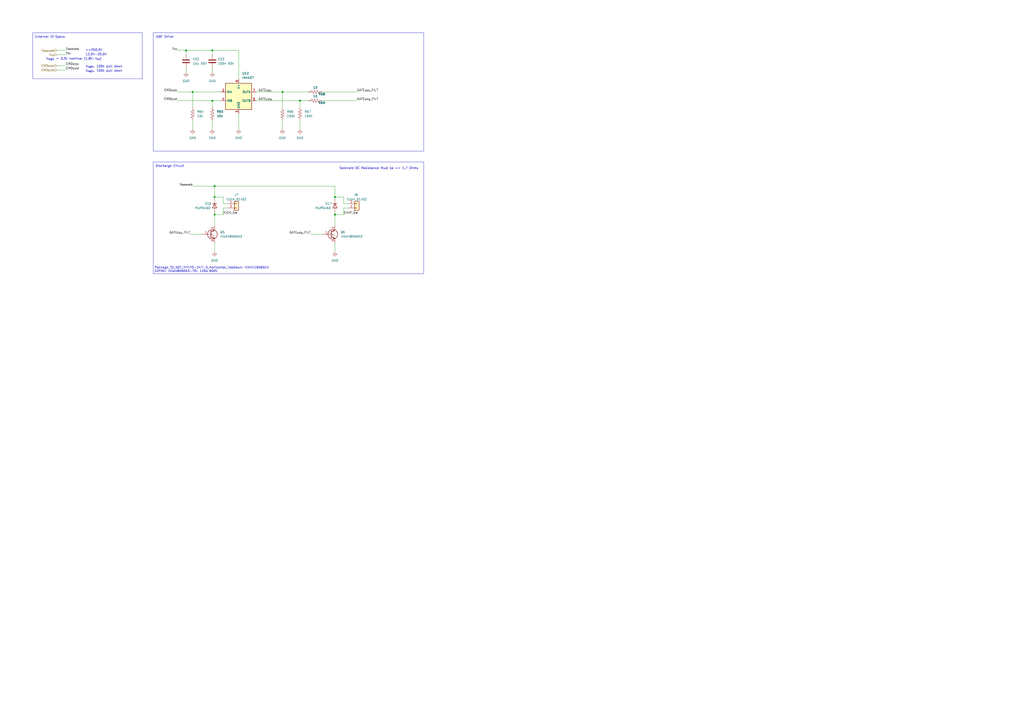
<source format=kicad_sch>
(kicad_sch (version 20230121) (generator eeschema)
  (paper "A2")
  (title_block (title "Kicker") (date "2024-05-23") (rev "3.1") (company "The A-Team (RC SSL)") (comment 1 "W. Stuckey"))
  (lib_symbols
    (symbol "AT-PowerIC:IX4427"
      (property "Reference" "U" (at -7.62 8.89 0))
      (property "Value" "IX4427" (at 1.27 8.89 0))
      (symbol "IX4427_0_1"
        (rectangle (start -7.62 -7.62) (end 7.62 7.62) (stroke (width 0.254)) (fill (type background)))
      )
      (symbol "IX4427_1_1"
        (pin no_connect line (at -7.62 0 0) (length 2.54) hide (name "NC") (number "1"))
        (pin input line (at -10.16 2.54 0) (length 2.54) (name "INA") (number "2"))
        (pin power_in line (at 0 -10.16 90) (length 2.54) (name "GND") (number "3"))
        (pin input line (at -10.16 -2.54 0) (length 2.54) (name "INB") (number "4"))
        (pin output line (at 10.16 -2.54 180) (length 2.54) (name "OUTB") (number "5"))
        (pin power_in line (at 0 10.16 270) (length 2.54) (name "V+") (number "6"))
        (pin output line (at 10.16 2.54 180) (length 2.54) (name "OUTA") (number "7"))
        (pin no_connect line (at 7.62 0 180) (length 2.54) hide (name "NC") (number "8"))
      )
    )
    (symbol "Connector_Generic:Conn_01x02" (pin_names (offset 1.016) hide)
      (property "Reference" "J" (at 0 2.54 0))
      (property "Value" "Conn_01x02" (at 0 -5.08 0))
      (symbol "Conn_01x02_1_1"
        (rectangle (start -1.27 -2.413) (end 0 -2.667) (stroke (width 0.1524)))
        (rectangle (start -1.27 0.127) (end 0 -0.127) (stroke (width 0.1524)))
        (rectangle (start -1.27 1.27) (end 1.27 -3.81) (stroke (width 0.254)) (fill (type background)))
        (pin passive line (at -5.08 0 0) (length 3.81) (name "Pin_1") (number "1"))
        (pin passive line (at -5.08 -2.54 0) (length 3.81) (name "Pin_2") (number "2"))
      )
    )
    (symbol "Device:C" (pin_numbers hide) (pin_names (offset 0.254))
      (property "Reference" "C" (at 0.635 2.54 0))
      (property "Value" "C" (at 0.635 -2.54 0))
      (symbol "C_0_1"
        (polyline (pts (xy -2.032 -0.762) (xy 2.032 -0.762)) (stroke (width 0.508)))
        (polyline (pts (xy -2.032 0.762) (xy 2.032 0.762)) (stroke (width 0.508)))
      )
      (symbol "C_1_1"
        (pin passive line (at 0 3.81 270) (length 2.794) (name "~") (number "1"))
        (pin passive line (at 0 -3.81 90) (length 2.794) (name "~") (number "2"))
      )
    )
    (symbol "Device:D" (pin_numbers hide) (pin_names (offset 1.016) hide)
      (property "Reference" "D" (at 0 2.54 0))
      (property "Value" "D" (at 0 -2.54 0))
      (symbol "D_0_1"
        (polyline (pts (xy -1.27 1.27) (xy -1.27 -1.27)) (stroke (width 0.254)))
        (polyline (pts (xy 1.27 0) (xy -1.27 0)))
        (polyline (pts (xy 1.27 1.27) (xy 1.27 -1.27) (xy -1.27 0) (xy 1.27 1.27)) (stroke (width 0.254)))
      )
      (symbol "D_1_1"
        (pin passive line (at -3.81 0 0) (length 2.54) (name "K") (number "1"))
        (pin passive line (at 3.81 0 180) (length 2.54) (name "A") (number "2"))
      )
    )
    (symbol "Device:Q_NIGBT_GCE" (pin_names (offset 0) hide)
      (property "Reference" "Q" (at 5.08 1.27 0))
      (property "Value" "Q_NIGBT_GCE" (at 5.08 -1.27 0))
      (symbol "Q_NIGBT_GCE_0_1"
        (polyline (pts (xy 0.762 -1.016) (xy 0.762 -2.032)) (stroke (width 0.254)))
        (polyline (pts (xy 0.762 0.508) (xy 0.762 -0.508)) (stroke (width 0.254)))
        (polyline (pts (xy 0.762 2.032) (xy 0.762 1.016)) (stroke (width 0.254)))
        (polyline (pts (xy 2.54 -2.413) (xy 0.762 -1.524)))
        (polyline (pts (xy 2.54 -0.889) (xy 0.762 0)))
        (polyline (pts (xy 2.54 2.413) (xy 0.762 1.524)))
        (polyline (pts (xy 0.254 1.905) (xy 0.254 -1.905) (xy 0.254 -1.905)) (stroke (width 0.254)))
        (polyline (pts (xy 1.397 -2.159) (xy 1.651 -1.651) (xy 2.54 -2.413) (xy 1.397 -2.159)) (fill (type outline)))
        (polyline (pts (xy 2.159 1.905) (xy 1.905 2.413) (xy 1.016 1.651) (xy 2.159 1.905)) (fill (type outline)))
        (circle (center 1.27 0) (radius 2.8194) (stroke (width 0.254)))
      )
      (symbol "Q_NIGBT_GCE_1_1"
        (pin input line (at -5.08 0 0) (length 5.334) (name "G") (number "1"))
        (pin passive line (at 2.54 5.08 270) (length 2.54) (name "C") (number "2"))
        (pin passive line (at 2.54 -5.08 90) (length 2.54) (name "E") (number "3"))
      )
    )
    (symbol "Device:R_US" (pin_numbers hide) (pin_names (offset 0))
      (property "Reference" "R" (at 2.54 0 90))
      (property "Value" "R_US" (at -2.54 0 90))
      (symbol "R_US_0_1"
        (polyline (pts (xy 0 -2.286) (xy 0 -2.54)))
        (polyline (pts (xy 0 2.286) (xy 0 2.54)))
        (polyline (pts (xy 0 -0.762) (xy 1.016 -1.143) (xy 0 -1.524) (xy -1.016 -1.905) (xy 0 -2.286)))
        (polyline (pts (xy 0 0.762) (xy 1.016 0.381) (xy 0 0) (xy -1.016 -0.381) (xy 0 -0.762)))
        (polyline (pts (xy 0 2.286) (xy 1.016 1.905) (xy 0 1.524) (xy -1.016 1.143) (xy 0 0.762)))
      )
      (symbol "R_US_1_1"
        (pin passive line (at 0 3.81 270) (length 1.27) (name "~") (number "1"))
        (pin passive line (at 0 -3.81 90) (length 1.27) (name "~") (number "2"))
      )
    )
    (symbol "power:GND" (power) (pin_names (offset 0))
      (property "Value" "GND" (at 0 -3.81 0))
      (symbol "GND_0_1"
        (polyline (pts (xy 0 0) (xy 0 -1.27) (xy 1.27 -1.27) (xy 0 -2.54) (xy -1.27 -1.27) (xy 0 -1.27)))
      )
      (symbol "GND_1_1"
        (pin power_in line (at 0 0 270) (length 0) hide (name "GND") (number "1"))
      )
    )
  )
  (junction (at 124.46 124.46))
  (junction (at 173.99 58.42))
  (junction (at 123.19 29.21))
  (junction (at 107.95 29.21))
  (junction (at 111.76 53.34))
  (junction (at 194.31 124.46))
  (junction (at 123.19 58.42))
  (junction (at 194.31 114.3))
  (junction (at 124.46 107.95))
  (junction (at 163.83 53.34))
  (junction (at 124.46 114.3))
  (polyline (pts (xy 88.9 19.05) (xy 88.9 87.63)))
  (wire (pts (xy 199.39 114.3) (xy 194.31 114.3)))
  (polyline (pts (xy 245.745 158.75) (xy 88.9 158.75)))
  (wire (pts (xy 124.46 107.95) (xy 194.31 107.95)))
  (wire (pts (xy 194.31 107.95) (xy 194.31 114.3)))
  (wire (pts (xy 129.54 118.11) (xy 132.08 118.11)))
  (wire (pts (xy 33.02 31.75) (xy 38.1 31.75)))
  (wire (pts (xy 124.46 123.19) (xy 124.46 124.46)))
  (wire (pts (xy 194.31 140.97) (xy 194.31 146.05)))
  (wire (pts (xy 102.87 53.34) (xy 111.76 53.34)))
  (wire (pts (xy 111.76 69.85) (xy 111.76 74.93)))
  (wire (pts (xy 163.83 53.34) (xy 179.07 53.34)))
  (wire (pts (xy 124.46 114.3) (xy 124.46 115.57)))
  (wire (pts (xy 186.69 58.42) (xy 207.01 58.42)))
  (wire (pts (xy 173.99 69.85) (xy 173.99 74.93)))
  (wire (pts (xy 194.31 123.19) (xy 194.31 124.46)))
  (polyline (pts (xy 88.9 93.98) (xy 245.745 93.98)))
  (wire (pts (xy 148.59 58.42) (xy 173.99 58.42)))
  (wire (pts (xy 110.49 135.89) (xy 116.84 135.89)))
  (wire (pts (xy 173.99 58.42) (xy 173.99 62.23)))
  (polyline (pts (xy 245.745 19.05) (xy 245.745 87.63)))
  (wire (pts (xy 102.87 29.21) (xy 107.95 29.21)))
  (wire (pts (xy 111.76 53.34) (xy 111.76 62.23)))
  (polyline (pts (xy 82.55 45.72) (xy 19.05 45.72)))
  (wire (pts (xy 194.31 114.3) (xy 194.31 115.57)))
  (polyline (pts (xy 88.9 19.05) (xy 245.745 19.05)))
  (polyline (pts (xy 88.9 93.98) (xy 88.9 158.75)))
  (wire (pts (xy 123.19 29.21) (xy 123.19 31.75)))
  (wire (pts (xy 107.95 29.21) (xy 123.19 29.21)))
  (wire (pts (xy 180.34 135.89) (xy 186.69 135.89)))
  (wire (pts (xy 199.39 120.65) (xy 199.39 124.46)))
  (wire (pts (xy 132.08 120.65) (xy 129.54 120.65)))
  (wire (pts (xy 163.83 69.85) (xy 163.83 74.93)))
  (wire (pts (xy 124.46 107.95) (xy 124.46 114.3)))
  (wire (pts (xy 194.31 124.46) (xy 194.31 130.81)))
  (wire (pts (xy 102.87 58.42) (xy 123.19 58.42)))
  (polyline (pts (xy 245.745 93.98) (xy 245.745 158.75)))
  (wire (pts (xy 107.95 39.37) (xy 107.95 41.91)))
  (wire (pts (xy 199.39 118.11) (xy 199.39 114.3)))
  (wire (pts (xy 163.83 53.34) (xy 163.83 62.23)))
  (wire (pts (xy 33.02 40.64) (xy 38.1 40.64)))
  (wire (pts (xy 33.02 38.1) (xy 38.1 38.1)))
  (wire (pts (xy 107.95 29.21) (xy 107.95 31.75)))
  (wire (pts (xy 199.39 124.46) (xy 194.31 124.46)))
  (polyline (pts (xy 82.55 19.05) (xy 82.55 45.72)))
  (wire (pts (xy 111.76 107.95) (xy 124.46 107.95)))
  (wire (pts (xy 129.54 118.11) (xy 129.54 114.3)))
  (wire (pts (xy 33.02 29.21) (xy 38.1 29.21)))
  (wire (pts (xy 138.43 29.21) (xy 123.19 29.21)))
  (wire (pts (xy 111.76 53.34) (xy 128.27 53.34)))
  (wire (pts (xy 186.69 53.34) (xy 207.01 53.34)))
  (wire (pts (xy 124.46 140.97) (xy 124.46 146.05)))
  (wire (pts (xy 173.99 58.42) (xy 179.07 58.42)))
  (polyline (pts (xy 19.05 19.05) (xy 82.55 19.05)))
  (wire (pts (xy 124.46 124.46) (xy 124.46 130.81)))
  (wire (pts (xy 138.43 29.21) (xy 138.43 45.72)))
  (polyline (pts (xy 245.745 87.63) (xy 88.9 87.63)))
  (wire (pts (xy 123.19 58.42) (xy 123.19 62.23)))
  (wire (pts (xy 201.93 118.11) (xy 199.39 118.11)))
  (wire (pts (xy 148.59 53.34) (xy 163.83 53.34)))
  (wire (pts (xy 123.19 58.42) (xy 128.27 58.42)))
  (polyline (pts (xy 19.05 19.05) (xy 19.05 45.72)))
  (wire (pts (xy 123.19 69.85) (xy 123.19 74.93)))
  (wire (pts (xy 123.19 39.37) (xy 123.19 41.91)))
  (wire (pts (xy 201.93 120.65) (xy 199.39 120.65)))
  (wire (pts (xy 129.54 120.65) (xy 129.54 124.46)))
  (wire (pts (xy 129.54 114.3) (xy 124.46 114.3)))
  (wire (pts (xy 129.54 124.46) (xy 124.46 124.46)))
  (wire (pts (xy 138.43 66.04) (xy 138.43 74.93)))
  (text "Solenoid DC Resistance Must be >= 1.7 Ohms" (at 196.85 98.425 0) (effects (font (size 1.27 1.27)) (justify left bottom)))
  (text "IGBT Driver" (at 90.17 22.225 0) (effects (font (size 1.27 1.27)) (justify left bottom)))
  (text "12.0V-20.0V" (at 49.53 32.385 0) (effects (font (size 1.27 1.27)) (justify left bottom)))
  (text "V_{logic}, 100k pull down" (at 49.53 39.37 0) (effects (font (size 1.27 1.27)) (justify left bottom)))
  (text "External IO Specs" (at 20.32 22.225 0) (effects (font (size 1.27 1.27)) (justify left bottom)))
  (text "Discharge Circuit" (at 90.17 97.155 0) (effects (font (size 1.27 1.27)) (justify left bottom)))
  (text "V_{logic}, 100k pull down" (at 49.53 41.91 0) (effects (font (size 1.27 1.27)) (justify left bottom)))
  (text "Package_TO_SOT_THT:TO-247-3_Horizontal_TabDown: IXXH110N65C4\nD2PAK: IXGA48N60A3-TRL 120A 600V" (at 89.535 158.115 0) (effects (font (size 1.27 1.27)) (justify left bottom)))
  (text "<=250.0V" (at 49.53 29.845 0) (effects (font (size 1.27 1.27)) (justify left bottom)))
  (text "V_{logic} = 3.3V nominal (1.8V-V_{cc})" (at 26.67 34.925 0) (effects (font (size 1.27 1.27)) (justify left bottom)))
  (label "GATE_{kick}_FILT" (at 207.01 53.34 0))
  (label "GATE_{kick}_FILT" (at 110.49 135.89 180))
  (label "V_{cc}" (at 38.1 31.75 0))
  (label "V_{cc}" (at 102.87 29.21 180))
  (label "GATE_{chip}_FILT" (at 180.34 135.89 180))
  (label "GATE_{kick}" (at 149.86 53.34 0))
  (label "GATE_{chip}" (at 149.86 58.42 0))
  (label "CMD_{KICK}" (at 38.1 38.1 0))
  (label "CMD_{KICK}" (at 102.87 53.34 180))
  (label "CMD_{CHIP}" (at 38.1 40.64 0))
  (label "CMD_{CHIP}" (at 102.87 58.42 180))
  (label "GATE_{chip}_FILT" (at 207.01 58.42 0))
  (label "V_{solenoid}" (at 111.76 107.95 180))
  (label "KICK_SW" (at 129.54 124.46 0))
  (label "CHIP_SW" (at 199.39 124.46 0))
  (label "V_{solenoid}" (at 38.1 29.21 0))
  (hierarchical_label "CMD_{KICK}" (shape input) (at 33.02 38.1 180))
  (hierarchical_label "V_{cc}" (shape input) (at 33.02 31.75 180))
  (hierarchical_label "V_{solenoid}" (shape input) (at 33.02 29.21 180))
  (hierarchical_label "CMD_{CHIP}" (shape input) (at 33.02 40.64 180))
  (symbol (lib_id "Connector_Generic:Conn_01x02") (at 137.16 118.11 0) (unit 1)
    (property "Reference" "J7" (at 137.16 113.03 0))
    (property "Value" "Conn_01x02" (at 137.16 115.57 0))
    (property "Footprint" "AT-Connectors:2157601002" (effects hide))
    (instances (project "kicker" (path "" (reference "J7") (unit 1))) (project "kicker" (path "" (reference "J3") (unit 1))))
  )
  (symbol (lib_id "Device:D") (at 194.31 119.38 270) (unit 1)
    (property "Reference" "D17" (at 188.595 118.11 90) (effects (justify left)))
    (property "Value" "MURS460" (at 182.88 120.65 90) (effects (justify left)))
    (property "Footprint" "Diode_SMD:D_SMC" (effects hide))
    (property "Sim.Device" "D" (effects hide))
    (property "Sim.Pins" "1=K 2=A" (effects hide))
    (instances (project "kicker" (path "" (reference "D17") (unit 1))) (project "kicker" (path "" (reference "D11") (unit 1))))
  )
  (symbol (lib_id "Connector_Generic:Conn_01x02") (at 207.01 120.65 0) (mirror x) (unit 1)
    (property "Reference" "J8" (at 206.375 113.03 0))
    (property "Value" "Conn_01x02" (at 207.01 115.57 0))
    (property "Footprint" "AT-Connectors:2157601002" (effects hide))
    (instances (project "kicker" (path "" (reference "J8") (unit 1))) (project "kicker" (path "" (reference "J4") (unit 1))))
  )
  (symbol (lib_id "power:GND") (at 124.46 146.05 0) (unit 1)
    (property "Reference" "#PWR0116" (effects hide))
    (property "Value" "GND" (at 124.46 151.13 0))
    (instances (project "kicker" (path "" (reference "#PWR0116") (unit 1))) (project "kicker" (path "" (reference "#PWR064") (unit 1))))
  )
  (symbol (lib_id "power:GND") (at 107.95 41.91 0) (unit 1)
    (property "Reference" "#PWR0112" (effects hide))
    (property "Value" "GND" (at 107.95 46.99 0))
    (instances (project "kicker" (path "" (reference "#PWR0112") (unit 1))) (project "kicker" (path "" (reference "#PWR060") (unit 1))))
  )
  (symbol (lib_id "Device:Q_NIGBT_GCE") (at 191.77 135.89 0) (unit 1)
    (property "Reference" "Q6" (at 197.485 134.6199 0) (effects (justify left)))
    (property "Value" "IXGA48N60A3" (at 197.485 137.1599 0) (effects (justify left)))
    (property "Footprint" "Package_TO_SOT_SMD:TO-263-2" (effects hide))
    (instances (project "kicker" (path "" (reference "Q6") (unit 1))) (project "kicker" (path "" (reference "Q3") (unit 1))))
  )
  (symbol (lib_id "power:GND") (at 138.43 74.93 0) (unit 1)
    (property "Reference" "#PWR0117" (effects hide))
    (property "Value" "GND" (at 138.43 80.01 0))
    (instances (project "kicker" (path "" (reference "#PWR0117") (unit 1))) (project "kicker" (path "" (reference "#PWR065") (unit 1))))
  )
  (symbol (lib_id "Device:R_US") (at 111.76 66.04 0) (unit 1)
    (property "Reference" "R64" (at 114.3 64.7699 0) (effects (justify left)))
    (property "Value" "10k" (at 114.3 67.3099 0) (effects (justify left)))
    (property "Footprint" "Resistor_SMD:R_0402_1005Metric" (effects hide))
    (instances (project "kicker" (path "" (reference "R64") (unit 1))) (project "kicker" (path "" (reference "R34") (unit 1))))
  )
  (symbol (lib_id "power:GND") (at 173.99 74.93 0) (unit 1)
    (property "Reference" "#PWR0119" (effects hide))
    (property "Value" "GND" (at 173.99 80.01 0))
    (instances (project "kicker" (path "" (reference "#PWR0119") (unit 1))) (project "kicker" (path "" (reference "#PWR067") (unit 1))))
  )
  (symbol (lib_id "Device:Q_NIGBT_GCE") (at 121.92 135.89 0) (unit 1)
    (property "Reference" "Q5" (at 127.635 134.6199 0) (effects (justify left)))
    (property "Value" "IXGA48N60A3" (at 127.635 137.1599 0) (effects (justify left)))
    (property "Footprint" "Package_TO_SOT_SMD:TO-263-2" (effects hide))
    (instances (project "kicker" (path "" (reference "Q5") (unit 1))) (project "kicker" (path "" (reference "Q2") (unit 1))))
  )
  (symbol (lib_id "Device:R_US") (at 163.83 66.04 0) (unit 1)
    (property "Reference" "R66" (at 166.37 64.7699 0) (effects (justify left)))
    (property "Value" "100k" (at 166.37 67.3099 0) (effects (justify left)))
    (property "Footprint" "Resistor_SMD:R_0402_1005Metric" (effects hide))
    (instances (project "kicker" (path "" (reference "R66") (unit 1))) (project "kicker" (path "" (reference "R36") (unit 1))))
  )
  (symbol (lib_id "Device:R_US") (at 182.88 53.34 90) (unit 1)
    (property "Reference" "R68" (at 186.69 54.61 90))
    (property "Value" "10" (at 182.88 50.8 90))
    (property "Footprint" "Resistor_SMD:R_0402_1005Metric" (effects hide))
    (instances (project "kicker" (path "" (reference "R68") (unit 1))) (project "kicker" (path "" (reference "R38") (unit 1))))
  )
  (symbol (lib_id "power:GND") (at 194.31 146.05 0) (unit 1)
    (property "Reference" "#PWR0120" (effects hide))
    (property "Value" "GND" (at 194.31 151.13 0))
    (instances (project "kicker" (path "" (reference "#PWR0120") (unit 1))) (project "kicker" (path "" (reference "#PWR068") (unit 1))))
  )
  (symbol (lib_id "Device:R_US") (at 182.88 58.42 90) (unit 1)
    (property "Reference" "R69" (at 186.69 59.69 90))
    (property "Value" "10" (at 182.88 55.88 90))
    (property "Footprint" "Resistor_SMD:R_0402_1005Metric" (effects hide))
    (instances (project "kicker" (path "" (reference "R69") (unit 1))) (project "kicker" (path "" (reference "R39") (unit 1))))
  )
  (symbol (lib_id "Device:C") (at 123.19 35.56 0) (unit 1)
    (property "Reference" "C53" (at 126.365 34.2899 0) (effects (justify left)))
    (property "Value" "100n 50V" (at 126.365 36.8299 0) (effects (justify left)))
    (property "Footprint" "Capacitor_SMD:C_0402_1005Metric" (effects hide))
    (instances (project "kicker" (path "" (reference "C53") (unit 1))) (project "kicker" (path "" (reference "C28") (unit 1))))
  )
  (symbol (lib_id "AT-PowerIC:IX4427") (at 138.43 55.88 0) (unit 1)
    (property "Reference" "U12" (at 140.4494 42.545 0) (effects (justify left)))
    (property "Value" "IX4427" (at 140.4494 45.085 0) (effects (justify left)))
    (property "Footprint" "Package_SO:SOIC-8_3.9x4.9mm_P1.27mm" (effects hide))
    (property "Datasheet" "https://www.ixysic.com/home/pdfs.nsf/www/IX4426-27-28.pdf/$file/IX4426-27-28.pdf" (effects hide))
    (instances (project "kicker" (path "" (reference "U12") (unit 1))) (project "kicker" (path "" (reference "U5") (unit 1))))
  )
  (symbol (lib_id "Device:C") (at 107.95 35.56 0) (unit 1)
    (property "Reference" "C52" (at 111.76 34.2899 0) (effects (justify left)))
    (property "Value" "10u 50V" (at 111.76 36.8299 0) (effects (justify left)))
    (property "Footprint" "Capacitor_SMD:C_0805_2012Metric" (effects hide))
    (instances (project "kicker" (path "" (reference "C52") (unit 1))) (project "kicker" (path "" (reference "C27") (unit 1))))
  )
  (symbol (lib_id "power:GND") (at 163.83 74.93 0) (unit 1)
    (property "Reference" "#PWR0118" (effects hide))
    (property "Value" "GND" (at 163.83 80.01 0))
    (instances (project "kicker" (path "" (reference "#PWR0118") (unit 1))) (project "kicker" (path "" (reference "#PWR066") (unit 1))))
  )
  (symbol (lib_id "Device:R_US") (at 123.19 66.04 0) (unit 1)
    (property "Reference" "R65" (at 125.73 64.7699 0) (effects (justify left)))
    (property "Value" "10k" (at 125.73 67.3099 0) (effects (justify left)))
    (property "Footprint" "Resistor_SMD:R_0402_1005Metric" (effects hide))
    (instances (project "kicker" (path "" (reference "R65") (unit 1))) (project "kicker" (path "" (reference "R35") (unit 1))))
  )
  (symbol (lib_id "power:GND") (at 123.19 74.93 0) (unit 1)
    (property "Reference" "#PWR0115" (effects hide))
    (property "Value" "GND" (at 123.19 80.01 0))
    (instances (project "kicker" (path "" (reference "#PWR0115") (unit 1))) (project "kicker" (path "" (reference "#PWR063") (unit 1))))
  )
  (symbol (lib_id "Device:R_US") (at 173.99 66.04 0) (unit 1)
    (property "Reference" "R67" (at 176.53 64.7699 0) (effects (justify left)))
    (property "Value" "100k" (at 176.53 67.3099 0) (effects (justify left)))
    (property "Footprint" "Resistor_SMD:R_0402_1005Metric" (effects hide))
    (instances (project "kicker" (path "" (reference "R67") (unit 1))) (project "kicker" (path "" (reference "R37") (unit 1))))
  )
  (symbol (lib_id "Device:D") (at 124.46 119.38 270) (unit 1)
    (property "Reference" "D16" (at 118.745 118.11 90) (effects (justify left)))
    (property "Value" "MURS460" (at 113.03 120.65 90) (effects (justify left)))
    (property "Footprint" "Diode_SMD:D_SMC" (effects hide))
    (property "Sim.Device" "D" (effects hide))
    (property "Sim.Pins" "1=K 2=A" (effects hide))
    (instances (project "kicker" (path "" (reference "D16") (unit 1))) (project "kicker" (path "" (reference "D10") (unit 1))))
  )
  (symbol (lib_id "power:GND") (at 111.76 74.93 0) (unit 1)
    (property "Reference" "#PWR0113" (effects hide))
    (property "Value" "GND" (at 111.76 80.01 0))
    (instances (project "kicker" (path "" (reference "#PWR0113") (unit 1))) (project "kicker" (path "" (reference "#PWR061") (unit 1))))
  )
  (symbol (lib_id "power:GND") (at 123.19 41.91 0) (unit 1)
    (property "Reference" "#PWR0114" (effects hide))
    (property "Value" "GND" (at 123.19 46.99 0))
    (instances (project "kicker" (path "" (reference "#PWR0114") (unit 1))) (project "kicker" (path "" (reference "#PWR062") (unit 1))))
  )
)
</source>
